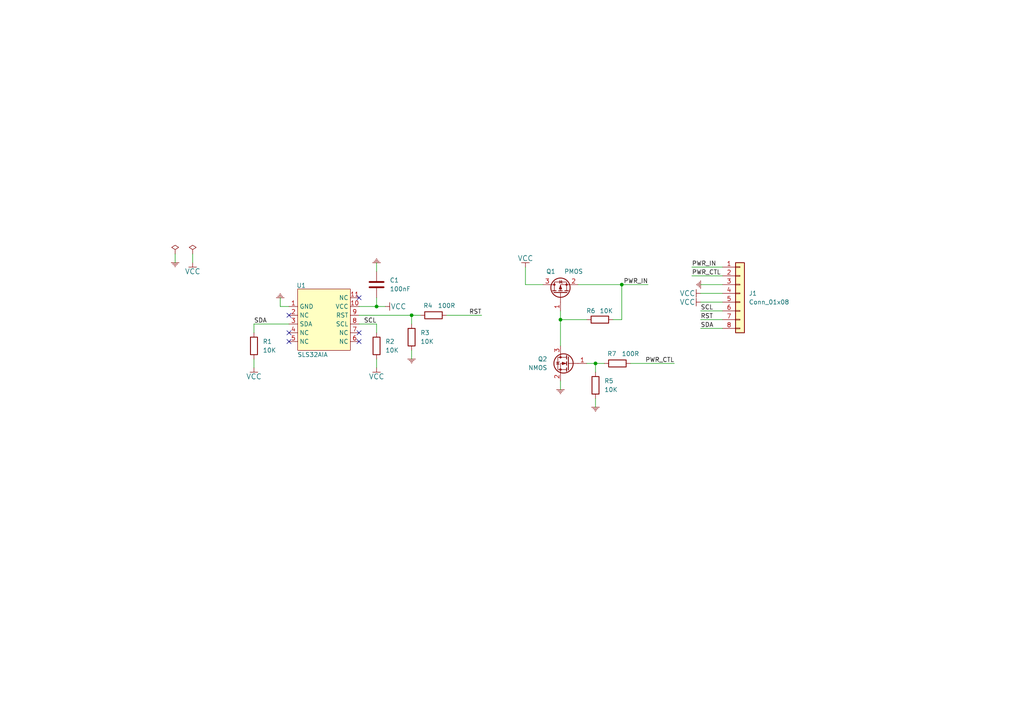
<source format=kicad_sch>
(kicad_sch (version 20231120) (generator "eeschema") (generator_version "8.0")
  (paper "A4")
  (lib_symbols
    (symbol "0_power:GND" (power) (pin_names (offset 1.016))
      (symbol "GND_0_1"
        (polyline (pts (xy -1.143 0) (xy 1.143 0)))
        (polyline (pts (xy -0.762 -0.381) (xy 0.762 -0.381)))
        (polyline (pts (xy -0.381 -0.762) (xy 0.381 -0.762)))
        (polyline (pts (xy -0.127 -1.143) (xy 0.127 -1.143)))
      )
      (symbol "GND_1_1"
        (pin power_in line (at 0 0 270) (length 0) hide (name "GND") (number "1"))
      )
    )
    (symbol "0_power:PWR_FLAG" (power) (pin_numbers hide) (pin_names (offset 0) hide)
      (property "Value" "PWR_FLAG" (at 0 3.81 0))
      (symbol "PWR_FLAG_0_0"
        (pin power_out line (at 0 0 90) (length 0) (name "pwr") (number "1"))
      )
      (symbol "PWR_FLAG_0_1"
        (polyline (pts (xy 0 0) (xy 0 1.27) (xy -1.016 1.905) (xy 0 2.54) (xy 1.016 1.905) (xy 0 1.27)))
      )
    )
    (symbol "0_power:VCC" (power) (pin_names (offset 1.016))
      (property "Value" "VCC" (at 0 1.27 0))
      (symbol "VCC_0_1"
        (polyline (pts (xy -1.143 0) (xy 1.143 0)))
        (polyline (pts (xy 0 0) (xy 0 -1.27)))
      )
      (symbol "VCC_1_1"
        (pin power_in line (at 0 -1.27 90) (length 0) hide (name "VCC") (number "1"))
      )
    )
    (symbol "0_ungrouped:SLS32AIA"
      (property "Reference" "U" (at -7.112 -9.906 0))
      (property "Value" "SLS32AIA" (at 0 0 0))
      (symbol "SLS32AIA_1_1"
        (rectangle (start -7.62 8.89) (end 7.62 -8.89) (fill (type background)))
        (pin free line (at -10.16 3.81 0) (length 2.54) (name "GND") (number "1"))
        (pin free line (at 10.16 3.81 180) (length 2.54) (name "VCC") (number "10"))
        (pin free line (at 10.16 6.35 180) (length 2.54) (name "NC") (number "11"))
        (pin free line (at -10.16 1.27 0) (length 2.54) (name "NC") (number "2"))
        (pin free line (at -10.16 -1.27 0) (length 2.54) (name "SDA") (number "3"))
        (pin free line (at -10.16 -3.81 0) (length 2.54) (name "NC") (number "4"))
        (pin free line (at -10.16 -6.35 0) (length 2.54) (name "NC") (number "5"))
        (pin free line (at 10.16 -6.35 180) (length 2.54) (name "NC") (number "6"))
        (pin free line (at 10.16 -3.81 180) (length 2.54) (name "NC") (number "7"))
        (pin free line (at 10.16 -1.27 180) (length 2.54) (name "SCL") (number "8"))
        (pin free line (at 10.16 1.27 180) (length 2.54) (name "RST") (number "9"))
      )
    )
    (symbol "Connector_Generic:Conn_01x08" (pin_names (offset 1.016) hide)
      (property "Reference" "J" (at 0 10.16 0))
      (property "Value" "Conn_01x08" (at 0 -12.7 0))
      (symbol "Conn_01x08_1_1"
        (rectangle (start -1.27 -10.033) (end 0 -10.287) (stroke (width 0.1524)))
        (rectangle (start -1.27 -7.493) (end 0 -7.747) (stroke (width 0.1524)))
        (rectangle (start -1.27 -4.953) (end 0 -5.207) (stroke (width 0.1524)))
        (rectangle (start -1.27 -2.413) (end 0 -2.667) (stroke (width 0.1524)))
        (rectangle (start -1.27 0.127) (end 0 -0.127) (stroke (width 0.1524)))
        (rectangle (start -1.27 2.667) (end 0 2.413) (stroke (width 0.1524)))
        (rectangle (start -1.27 5.207) (end 0 4.953) (stroke (width 0.1524)))
        (rectangle (start -1.27 7.747) (end 0 7.493) (stroke (width 0.1524)))
        (rectangle (start -1.27 8.89) (end 1.27 -11.43) (stroke (width 0.254)) (fill (type background)))
        (pin passive line (at -5.08 7.62 0) (length 3.81) (name "Pin_1") (number "1"))
        (pin passive line (at -5.08 5.08 0) (length 3.81) (name "Pin_2") (number "2"))
        (pin passive line (at -5.08 2.54 0) (length 3.81) (name "Pin_3") (number "3"))
        (pin passive line (at -5.08 0 0) (length 3.81) (name "Pin_4") (number "4"))
        (pin passive line (at -5.08 -2.54 0) (length 3.81) (name "Pin_5") (number "5"))
        (pin passive line (at -5.08 -5.08 0) (length 3.81) (name "Pin_6") (number "6"))
        (pin passive line (at -5.08 -7.62 0) (length 3.81) (name "Pin_7") (number "7"))
        (pin passive line (at -5.08 -10.16 0) (length 3.81) (name "Pin_8") (number "8"))
      )
    )
    (symbol "Device:C" (pin_numbers hide) (pin_names (offset 0.254))
      (property "Reference" "C" (at 0.635 2.54 0))
      (property "Value" "C" (at 0.635 -2.54 0))
      (symbol "C_0_1"
        (polyline (pts (xy -2.032 -0.762) (xy 2.032 -0.762)) (stroke (width 0.508)))
        (polyline (pts (xy -2.032 0.762) (xy 2.032 0.762)) (stroke (width 0.508)))
      )
      (symbol "C_1_1"
        (pin passive line (at 0 3.81 270) (length 2.794) (name "~") (number "1"))
        (pin passive line (at 0 -3.81 90) (length 2.794) (name "~") (number "2"))
      )
    )
    (symbol "Device:R" (pin_numbers hide) (pin_names (offset 0))
      (property "Reference" "R" (at 2.032 0 90))
      (property "Value" "R" (at 0 0 90))
      (symbol "R_0_1"
        (rectangle (start -1.016 -2.54) (end 1.016 2.54) (stroke (width 0.254)))
      )
      (symbol "R_1_1"
        (pin passive line (at 0 3.81 270) (length 1.27) (name "~") (number "1"))
        (pin passive line (at 0 -3.81 90) (length 1.27) (name "~") (number "2"))
      )
    )
    (symbol "Transistor_FET:AO3400A" (pin_names hide)
      (property "Reference" "Q" (at 5.08 1.905 0))
      (property "Value" "AO3400A" (at 5.08 0 0))
      (symbol "AO3400A_0_1"
        (polyline (pts (xy 0.254 0) (xy -2.54 0)))
        (polyline (pts (xy 0.254 1.905) (xy 0.254 -1.905)) (stroke (width 0.254)))
        (polyline (pts (xy 0.762 -1.27) (xy 0.762 -2.286)) (stroke (width 0.254)))
        (polyline (pts (xy 0.762 0.508) (xy 0.762 -0.508)) (stroke (width 0.254)))
        (polyline (pts (xy 0.762 2.286) (xy 0.762 1.27)) (stroke (width 0.254)))
        (polyline (pts (xy 2.54 2.54) (xy 2.54 1.778)))
        (polyline (pts (xy 2.54 -2.54) (xy 2.54 0) (xy 0.762 0)))
        (polyline (pts (xy 0.762 -1.778) (xy 3.302 -1.778) (xy 3.302 1.778) (xy 0.762 1.778)))
        (polyline (pts (xy 1.016 0) (xy 2.032 0.381) (xy 2.032 -0.381) (xy 1.016 0)) (fill (type outline)))
        (polyline (pts (xy 2.794 0.508) (xy 2.921 0.381) (xy 3.683 0.381) (xy 3.81 0.254)))
        (polyline (pts (xy 3.302 0.381) (xy 2.921 -0.254) (xy 3.683 -0.254) (xy 3.302 0.381)))
        (circle (center 1.651 0) (radius 2.794) (stroke (width 0.254)))
        (circle (center 2.54 -1.778) (radius 0.254) (fill (type outline)))
        (circle (center 2.54 1.778) (radius 0.254) (fill (type outline)))
      )
      (symbol "AO3400A_1_1"
        (pin input line (at -5.08 0 0) (length 2.54) (name "G") (number "1"))
        (pin passive line (at 2.54 -5.08 90) (length 2.54) (name "S") (number "2"))
        (pin passive line (at 2.54 5.08 270) (length 2.54) (name "D") (number "3"))
      )
    )
    (symbol "Transistor_FET:AO3401A" (pin_names hide)
      (property "Reference" "Q" (at 5.08 1.905 0))
      (property "Value" "AO3401A" (at 5.08 0 0))
      (symbol "AO3401A_0_1"
        (polyline (pts (xy 0.254 0) (xy -2.54 0)))
        (polyline (pts (xy 0.254 1.905) (xy 0.254 -1.905)) (stroke (width 0.254)))
        (polyline (pts (xy 0.762 -1.27) (xy 0.762 -2.286)) (stroke (width 0.254)))
        (polyline (pts (xy 0.762 0.508) (xy 0.762 -0.508)) (stroke (width 0.254)))
        (polyline (pts (xy 0.762 2.286) (xy 0.762 1.27)) (stroke (width 0.254)))
        (polyline (pts (xy 2.54 2.54) (xy 2.54 1.778)))
        (polyline (pts (xy 2.54 -2.54) (xy 2.54 0) (xy 0.762 0)))
        (polyline (pts (xy 0.762 1.778) (xy 3.302 1.778) (xy 3.302 -1.778) (xy 0.762 -1.778)))
        (polyline (pts (xy 2.286 0) (xy 1.27 0.381) (xy 1.27 -0.381) (xy 2.286 0)) (fill (type outline)))
        (polyline (pts (xy 2.794 -0.508) (xy 2.921 -0.381) (xy 3.683 -0.381) (xy 3.81 -0.254)))
        (polyline (pts (xy 3.302 -0.381) (xy 2.921 0.254) (xy 3.683 0.254) (xy 3.302 -0.381)))
        (circle (center 1.651 0) (radius 2.794) (stroke (width 0.254)))
        (circle (center 2.54 -1.778) (radius 0.254) (fill (type outline)))
        (circle (center 2.54 1.778) (radius 0.254) (fill (type outline)))
      )
      (symbol "AO3401A_1_1"
        (pin input line (at -5.08 0 0) (length 2.54) (name "G") (number "1"))
        (pin passive line (at 2.54 -5.08 90) (length 2.54) (name "S") (number "2"))
        (pin passive line (at 2.54 5.08 270) (length 2.54) (name "D") (number "3"))
      )
    )
  )
  (junction (at 109.22 88.9))
  (junction (at 180.34 82.55))
  (junction (at 119.38 91.44))
  (junction (at 162.56 92.71))
  (junction (at 172.72 105.41))
  (no_connect (at 83.82 96.52))
  (no_connect (at 104.14 99.06))
  (no_connect (at 83.82 99.06))
  (no_connect (at 83.82 91.44))
  (no_connect (at 104.14 86.36))
  (no_connect (at 104.14 96.52))
  (wire (pts (xy 119.38 91.44) (xy 121.92 91.44)))
  (wire (pts (xy 182.88 105.41) (xy 195.58 105.41)))
  (wire (pts (xy 162.56 110.49) (xy 162.56 113.03)))
  (wire (pts (xy 200.66 80.01) (xy 209.55 80.01)))
  (wire (pts (xy 152.4 77.47) (xy 152.4 82.55)))
  (wire (pts (xy 50.8 73.66) (xy 50.8 76.2)))
  (wire (pts (xy 162.56 90.17) (xy 162.56 92.71)))
  (wire (pts (xy 200.66 77.47) (xy 209.55 77.47)))
  (wire (pts (xy 180.34 82.55) (xy 187.96 82.55)))
  (wire (pts (xy 73.66 93.98) (xy 73.66 96.52)))
  (wire (pts (xy 109.22 76.2) (xy 109.22 78.74)))
  (wire (pts (xy 203.2 95.25) (xy 209.55 95.25)))
  (wire (pts (xy 109.22 93.98) (xy 109.22 96.52)))
  (wire (pts (xy 172.72 115.57) (xy 172.72 118.11)))
  (wire (pts (xy 104.14 93.98) (xy 109.22 93.98)))
  (wire (pts (xy 129.54 91.44) (xy 139.7 91.44)))
  (wire (pts (xy 119.38 101.6) (xy 119.38 104.14)))
  (wire (pts (xy 203.2 82.55) (xy 209.55 82.55)))
  (wire (pts (xy 152.4 82.55) (xy 157.48 82.55)))
  (wire (pts (xy 172.72 105.41) (xy 172.72 107.95)))
  (wire (pts (xy 83.82 93.98) (xy 73.66 93.98)))
  (wire (pts (xy 119.38 91.44) (xy 119.38 93.98)))
  (wire (pts (xy 170.18 105.41) (xy 172.72 105.41)))
  (wire (pts (xy 203.2 92.71) (xy 209.55 92.71)))
  (wire (pts (xy 203.2 90.17) (xy 209.55 90.17)))
  (wire (pts (xy 180.34 92.71) (xy 177.8 92.71)))
  (wire (pts (xy 162.56 92.71) (xy 170.18 92.71)))
  (wire (pts (xy 167.64 82.55) (xy 180.34 82.55)))
  (wire (pts (xy 81.28 86.36) (xy 81.28 88.9)))
  (wire (pts (xy 109.22 88.9) (xy 111.76 88.9)))
  (wire (pts (xy 180.34 82.55) (xy 180.34 92.71)))
  (wire (pts (xy 109.22 104.14) (xy 109.22 106.68)))
  (wire (pts (xy 104.14 91.44) (xy 119.38 91.44)))
  (wire (pts (xy 109.22 88.9) (xy 104.14 88.9)))
  (wire (pts (xy 203.2 87.63) (xy 209.55 87.63)))
  (wire (pts (xy 55.88 73.66) (xy 55.88 76.2)))
  (wire (pts (xy 73.66 104.14) (xy 73.66 106.68)))
  (wire (pts (xy 172.72 105.41) (xy 175.26 105.41)))
  (wire (pts (xy 81.28 88.9) (xy 83.82 88.9)))
  (wire (pts (xy 162.56 92.71) (xy 162.56 100.33)))
  (wire (pts (xy 109.22 86.36) (xy 109.22 88.9)))
  (wire (pts (xy 203.2 85.09) (xy 209.55 85.09)))
  (label "PWR_CTL" (at 195.58 105.41 180))
  (label "PWR_IN" (at 187.96 82.55 180))
  (label "RST" (at 203.2 92.71 0))
  (label "PWR_CTL" (at 200.66 80.01 0))
  (label "SCL" (at 203.2 90.17 0))
  (label "RST" (at 139.7 91.44 180))
  (label "SCL" (at 109.22 93.98 180))
  (label "SDA" (at 203.2 95.25 0))
  (label "PWR_IN" (at 200.66 77.47 0))
  (label "SDA" (at 73.66 93.98 0))
  (symbol (lib_id "0_power:GND") (at 203.2 82.55 270) (unit 1)
    (property "Reference" "#PWR011" (effects (hide yes)))
    (property "Value" "GND" (effects (hide yes)))
    (property "Description" "power-flag symbol" (effects (hide yes)))
  )
  (symbol (lib_id "0_power:GND") (at 119.38 104.14 0) (unit 1)
    (property "Reference" "#PWR05" (effects (hide yes)))
    (property "Value" "GND" (effects (hide yes)))
    (property "Description" "power-flag symbol" (effects (hide yes)))
  )
  (symbol (lib_id "Transistor_FET:AO3401A") (at 162.56 85.09 90) (unit 1)
    (property "Reference" "Q1" (at 159.766 78.74 90))
    (property "Value" "PMOS" (at 166.37 78.74 90))
    (property "Footprint" "Package_TO_SOT_SMD:SOT-23" (effects (hide yes)))
    (property "Datasheet" "http://www.aosmd.com/pdfs/datasheet/AO3401A.pdf" (effects (hide yes)))
    (property "Description" "-4.0A Id, -30V Vds, P-Channel MOSFET, SOT-23" (effects (hide yes)))
  )
  (symbol (lib_id "0_power:GND") (at 172.72 118.11 0) (unit 1)
    (property "Reference" "#PWR08" (effects (hide yes)))
    (property "Value" "GND" (effects (hide yes)))
    (property "Description" "power-flag symbol" (effects (hide yes)))
  )
  (symbol (lib_id "Connector_Generic:Conn_01x08") (at 214.63 85.09 0) (unit 1)
    (property "Reference" "J1" (at 217.17 85.0899 0) (effects (justify left)))
    (property "Value" "Conn_01x08" (at 217.17 87.6299 0) (effects (justify left)))
    (property "Footprint" "Connector_PinSocket_2.54mm:PinSocket_1x08_P2.54mm_Vertical" (effects (hide yes)))
    (property "Description" "Generic connector, single row, 01x08, script generated (kicad-library-utils/schlib/autogen/connector/)" (effects (hide yes)))
  )
  (symbol (lib_id "0_power:VCC") (at 201.93 87.63 90) (unit 1)
    (property "Reference" "#PWR010" (effects (hide yes)))
    (property "Value" "VCC" (at 199.39 87.63 90) (effects (font (size 1.524 1.524))))
    (property "Description" "power-flag symbol" (effects (hide yes)))
  )
  (symbol (lib_id "Device:R") (at 173.99 92.71 90) (unit 1)
    (property "Reference" "R6" (at 172.72 90.17 90) (effects (justify left)))
    (property "Value" "10K" (at 177.8 90.17 90) (effects (justify left)))
    (property "Footprint" "Resistor_SMD:R_0603_1608Metric_Pad0.98x0.95mm_HandSolder" (effects (hide yes)))
    (property "Description" "Resistor" (effects (hide yes)))
  )
  (symbol (lib_id "Device:R") (at 179.07 105.41 90) (unit 1)
    (property "Reference" "R7" (at 178.816 102.616 90) (effects (justify left)))
    (property "Value" "100R" (at 185.42 102.616 90) (effects (justify left)))
    (property "Footprint" "Resistor_SMD:R_0603_1608Metric_Pad0.98x0.95mm_HandSolder" (effects (hide yes)))
    (property "Description" "Resistor" (effects (hide yes)))
  )
  (symbol (lib_id "Transistor_FET:AO3400A") (at 165.1 105.41 0) (mirror y) (unit 1)
    (property "Reference" "Q2" (at 158.75 104.1399 0) (effects (justify left)))
    (property "Value" "NMOS" (at 158.75 106.6799 0) (effects (justify left)))
    (property "Footprint" "Package_TO_SOT_SMD:SOT-23" (effects (hide yes)))
    (property "Datasheet" "http://www.aosmd.com/pdfs/datasheet/AO3400A.pdf" (effects (hide yes)))
    (property "Description" "30V Vds, 5.7A Id, N-Channel MOSFET, SOT-23" (effects (hide yes)))
  )
  (symbol (lib_id "0_power:VCC") (at 109.22 107.95 180) (unit 1)
    (property "Reference" "#PWR04" (effects (hide yes)))
    (property "Value" "VCC" (at 109.22 109.22 0) (effects (font (size 1.524 1.524))))
    (property "Description" "power-flag symbol" (effects (hide yes)))
  )
  (symbol (lib_id "0_power:VCC") (at 55.88 77.47 180) (unit 1)
    (property "Reference" "#PWR013" (effects (hide yes)))
    (property "Value" "VCC" (at 55.88 78.74 0) (effects (font (size 1.524 1.524))))
    (property "Description" "power-flag symbol" (effects (hide yes)))
  )
  (symbol (lib_id "0_power:VCC") (at 73.66 107.95 180) (unit 1)
    (property "Reference" "#PWR01" (effects (hide yes)))
    (property "Value" "VCC" (at 73.66 109.22 0) (effects (font (size 1.524 1.524))))
    (property "Description" "power-flag symbol" (effects (hide yes)))
  )
  (symbol (lib_id "Device:R") (at 109.22 100.33 0) (unit 1)
    (property "Reference" "R2" (at 111.76 99.0599 0) (effects (justify left)))
    (property "Value" "10K" (at 111.76 101.5999 0) (effects (justify left)))
    (property "Footprint" "Resistor_SMD:R_0603_1608Metric_Pad0.98x0.95mm_HandSolder" (effects (hide yes)))
    (property "Description" "Resistor" (effects (hide yes)))
  )
  (symbol (lib_id "0_power:GND") (at 81.28 86.36 180) (unit 1)
    (property "Reference" "#PWR02" (effects (hide yes)))
    (property "Value" "GND" (effects (hide yes)))
    (property "Description" "power-flag symbol" (effects (hide yes)))
  )
  (symbol (lib_id "0_power:GND") (at 50.8 76.2 0) (unit 1)
    (property "Reference" "#PWR012" (effects (hide yes)))
    (property "Value" "GND" (effects (hide yes)))
    (property "Description" "power-flag symbol" (effects (hide yes)))
  )
  (symbol (lib_id "0_power:VCC") (at 152.4 76.2 0) (unit 1)
    (property "Reference" "#PWR06" (effects (hide yes)))
    (property "Value" "VCC" (at 152.4 74.93 0) (effects (font (size 1.524 1.524))))
    (property "Description" "power-flag symbol" (effects (hide yes)))
  )
  (symbol (lib_id "Device:R") (at 119.38 97.79 0) (unit 1)
    (property "Reference" "R3" (at 121.92 96.5199 0) (effects (justify left)))
    (property "Value" "10K" (at 121.92 99.0599 0) (effects (justify left)))
    (property "Footprint" "Resistor_SMD:R_0603_1608Metric_Pad0.98x0.95mm_HandSolder" (effects (hide yes)))
    (property "Description" "Resistor" (effects (hide yes)))
  )
  (symbol (lib_id "0_power:GND") (at 162.56 113.03 0) (unit 1)
    (property "Reference" "#PWR07" (effects (hide yes)))
    (property "Value" "GND" (effects (hide yes)))
    (property "Description" "power-flag symbol" (effects (hide yes)))
  )
  (symbol (lib_id "0_power:PWR_FLAG") (at 50.8 73.66 0) (unit 1)
    (property "Reference" "#FLG01" (effects (hide yes)))
    (property "Value" "PWR_FLAG" (effects (hide yes)))
    (property "Description" "Special symbol for telling ERC where power comes from" (effects (hide yes)))
  )
  (symbol (lib_id "0_power:VCC") (at 113.03 88.9 270) (unit 1)
    (property "Reference" "#PWR014" (effects (hide yes)))
    (property "Value" "VCC" (at 115.57 88.9 90) (effects (font (size 1.524 1.524))))
    (property "Description" "power-flag symbol" (effects (hide yes)))
  )
  (symbol (lib_id "0_ungrouped:SLS32AIA") (at 93.98 92.71 0) (unit 1)
    (property "Reference" "U1" (at 87.376 82.804 0))
    (property "Value" "SLS32AIA" (at 90.678 102.87 0))
    (property "Footprint" "0_ungrouped:USON-10-1EP_3x3mm_P0.5mm_EP1.5x2.3mm" (effects (hide yes)))
    (property "Datasheet" "https://www.infineon.com/cms/cn/product/security-smart-card-solutions/optiga-embedded-security-solutions/optiga-trust/optiga-trust-m-sls32aia/" (effects (hide yes)))
    (property "Description" "OPTIGA TRUST M" (effects (hide yes)))
  )
  (symbol (lib_id "0_power:VCC") (at 201.93 85.09 90) (unit 1)
    (property "Reference" "#PWR09" (effects (hide yes)))
    (property "Value" "VCC" (at 199.39 85.09 90) (effects (font (size 1.524 1.524))))
    (property "Description" "power-flag symbol" (effects (hide yes)))
  )
  (symbol (lib_id "Device:R") (at 73.66 100.33 0) (unit 1)
    (property "Reference" "R1" (at 76.2 99.0599 0) (effects (justify left)))
    (property "Value" "10K" (at 76.2 101.5999 0) (effects (justify left)))
    (property "Footprint" "Resistor_SMD:R_0603_1608Metric_Pad0.98x0.95mm_HandSolder" (effects (hide yes)))
    (property "Description" "Resistor" (effects (hide yes)))
  )
  (symbol (lib_id "0_power:PWR_FLAG") (at 55.88 73.66 0) (unit 1)
    (property "Reference" "#FLG02" (effects (hide yes)))
    (property "Value" "PWR_FLAG" (effects (hide yes)))
    (property "Description" "Special symbol for telling ERC where power comes from" (effects (hide yes)))
  )
  (symbol (lib_id "Device:C") (at 109.22 82.55 0) (unit 1)
    (property "Reference" "C1" (at 113.03 81.2799 0) (effects (justify left)))
    (property "Value" "100nF" (at 113.03 83.8199 0) (effects (justify left)))
    (property "Footprint" "Capacitor_SMD:C_0603_1608Metric_Pad1.08x0.95mm_HandSolder" (effects (hide yes)))
    (property "Description" "Unpolarized capacitor" (effects (hide yes)))
  )
  (symbol (lib_id "Device:R") (at 125.73 91.44 90) (unit 1)
    (property "Reference" "R4" (at 125.476 88.646 90) (effects (justify left)))
    (property "Value" "100R" (at 132.08 88.646 90) (effects (justify left)))
    (property "Footprint" "Resistor_SMD:R_0603_1608Metric_Pad0.98x0.95mm_HandSolder" (effects (hide yes)))
    (property "Description" "Resistor" (effects (hide yes)))
  )
  (symbol (lib_id "0_power:GND") (at 109.22 76.2 180) (unit 1)
    (property "Reference" "#PWR03" (effects (hide yes)))
    (property "Value" "GND" (effects (hide yes)))
    (property "Description" "power-flag symbol" (effects (hide yes)))
  )
  (symbol (lib_id "Device:R") (at 172.72 111.76 0) (unit 1)
    (property "Reference" "R5" (at 175.26 110.4899 0) (effects (justify left)))
    (property "Value" "10K" (at 175.26 113.0299 0) (effects (justify left)))
    (property "Footprint" "Resistor_SMD:R_0603_1608Metric_Pad0.98x0.95mm_HandSolder" (effects (hide yes)))
    (property "Description" "Resistor" (effects (hide yes)))
  )
)
</source>
